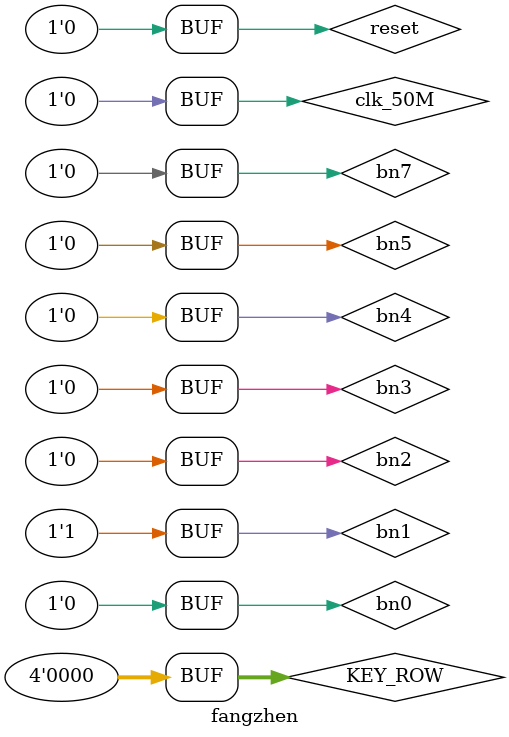
<source format=v>
`timescale 1ns / 1ps


module fangzhen;

	// Inputs
	reg bn0;
	reg bn1;
	reg bn2;
	reg bn3;
	reg bn4;
	reg bn5;
	reg bn7;
	reg clk_50M;
	reg reset;
	reg [3:0] KEY_ROW;

	// Outputs
	wire [3:0] KEY_COL;
	wire [7:0] DOUT7;
	wire [2:0] CatL;
	wire led1;
	wire led2;
	wire led3;
	wire led4;
	wire led5;

	// Instantiate the Unit Under Test (UUT)
	hdbshj uut (
		.bn0(bn0), 
		.bn1(bn1), 
		.bn2(bn2), 
		.bn3(bn3), 
		.bn4(bn4), 
		.bn5(bn5), 
		.bn7(bn7), 
		.clk_50M(clk_50M), 
		.reset(reset), 
		.KEY_ROW(KEY_ROW), 
		.KEY_COL(KEY_COL), 
		.DOUT7(DOUT7), 
		.CatL(CatL), 
		.led1(led1), 
		.led2(led2), 
		.led3(led3), 
		.led4(led4), 
		.led5(led5)
	);

	initial begin
		// Initialize Inputs
		bn0 = 0;
		bn1 = 1;
		bn2 = 0;
		bn3 = 0;
		bn4 = 0;
		bn5 = 0;
		bn7 = 0;
		clk_50M = 0;
		reset = 0;
		KEY_ROW = 0;

		// Wait 100 ns for global reset to finish
		#100;
        
		// Add stimulus here

	end
      
endmodule


</source>
